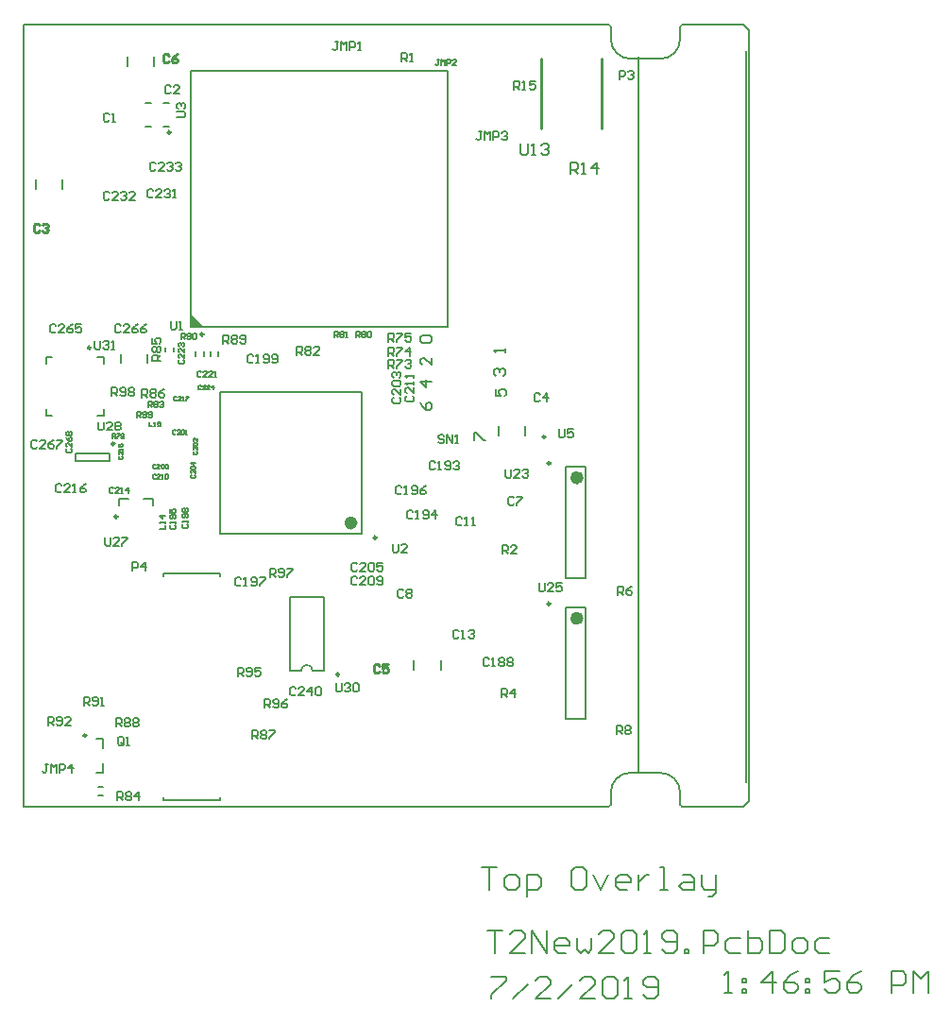
<source format=gto>
G04*
G04 #@! TF.GenerationSoftware,Altium Limited,Altium Designer,18.1.11 (251)*
G04*
G04 Layer_Color=65535*
%FSLAX44Y44*%
%MOMM*%
G71*
G01*
G75*
%ADD10C,0.6000*%
%ADD11C,0.2500*%
%ADD12C,0.2000*%
%ADD13C,0.2540*%
%ADD14C,0.1500*%
%ADD15C,0.1270*%
%ADD16C,0.1524*%
%ADD17C,0.2032*%
G36*
X350000Y640000D02*
X360000Y630000D01*
X350000D01*
Y640000D01*
D02*
G37*
D10*
X699000Y495000D02*
G03*
X699000Y495000I-3000J0D01*
G01*
Y369000D02*
G03*
X699000Y369000I-3000J0D01*
G01*
X496500Y454500D02*
G03*
X496500Y454500I-3000J0D01*
G01*
D11*
X672250Y507950D02*
G03*
X672250Y507950I-1250J0D01*
G01*
X284250Y460000D02*
G03*
X284250Y460000I-1250J0D01*
G01*
X483000Y318750D02*
G03*
X483000Y318750I-1250J0D01*
G01*
X331750Y804500D02*
G03*
X331750Y804500I-1250J0D01*
G01*
X256250Y264000D02*
G03*
X256250Y264000I-1250J0D01*
G01*
X281500Y525500D02*
G03*
X281500Y525500I-1250J0D01*
G01*
X672250Y381950D02*
G03*
X672250Y381950I-1250J0D01*
G01*
X260250Y611500D02*
G03*
X260250Y611500I-1250J0D01*
G01*
X667750Y531738D02*
G03*
X667750Y531738I-1250J0D01*
G01*
X516500Y441250D02*
G03*
X516500Y441250I-1250J0D01*
G01*
X361250Y623500D02*
G03*
X361250Y623500I-1250J0D01*
G01*
D12*
X459167Y322000D02*
G03*
X448833Y322000I-5167J0D01*
G01*
X286000Y470000D02*
Y476000D01*
X294000D01*
X316000Y470000D02*
Y476000D01*
X308000D02*
X316000D01*
X438500Y322000D02*
Y388000D01*
X469500Y322000D02*
Y388000D01*
X438500D02*
X469500D01*
X438500Y322000D02*
X448833D01*
X459167D02*
X469500D01*
X311000Y598000D02*
Y606000D01*
X287000Y598000D02*
Y606000D01*
X317000Y864000D02*
Y872000D01*
X293000Y864000D02*
Y872000D01*
X550000Y323000D02*
Y331000D01*
X574000Y323000D02*
Y331000D01*
X211000Y754000D02*
Y762000D01*
X235000Y754000D02*
Y762000D01*
X325500Y809500D02*
X330500D01*
X325500Y830500D02*
X330500D01*
X309500D02*
X314500D01*
X309500Y809500D02*
X314500D01*
X271000Y231000D02*
Y239000D01*
X265000Y231000D02*
X271000D01*
Y253000D02*
Y261000D01*
X265000D02*
X271000D01*
X354500Y604000D02*
Y608000D01*
X361500Y604000D02*
Y608000D01*
X367500Y604000D02*
Y608000D01*
X374500Y604000D02*
Y608000D01*
X327500Y608000D02*
Y612000D01*
X334500Y608000D02*
Y612000D01*
X267000Y217500D02*
X271000D01*
X267000Y210500D02*
X271000D01*
X277500Y510000D02*
Y517000D01*
X246500Y510000D02*
Y517000D01*
X277500D01*
X246500Y510000D02*
X277500D01*
X626000Y533000D02*
Y541000D01*
X650000Y533000D02*
Y541000D01*
X376500Y571500D02*
X503500D01*
X376500Y444500D02*
X503500D01*
X376500D02*
Y571500D01*
X503500Y444500D02*
Y571500D01*
X350000Y640000D02*
X360000Y630000D01*
X350000D02*
X580000D01*
X350000Y860000D02*
X580000D01*
X350000Y630000D02*
Y860000D01*
X580000Y630000D02*
Y860000D01*
D13*
X718338Y807966D02*
Y870966D01*
X664338Y807966D02*
Y870966D01*
X330078Y873348D02*
X328809Y874617D01*
X326270D01*
X325000Y873348D01*
Y868270D01*
X326270Y867000D01*
X328809D01*
X330078Y868270D01*
X337696Y874617D02*
X335157Y873348D01*
X332617Y870809D01*
Y868270D01*
X333887Y867000D01*
X336426D01*
X337696Y868270D01*
Y869539D01*
X336426Y870809D01*
X332617D01*
X519078Y326348D02*
X517809Y327617D01*
X515270D01*
X514000Y326348D01*
Y321270D01*
X515270Y320000D01*
X517809D01*
X519078Y321270D01*
X526696Y327617D02*
X521618D01*
Y323809D01*
X524157Y325078D01*
X525426D01*
X526696Y323809D01*
Y321270D01*
X525426Y320000D01*
X522887D01*
X521618Y321270D01*
X214078Y721348D02*
X212809Y722617D01*
X210270D01*
X209000Y721348D01*
Y716270D01*
X210270Y715000D01*
X212809D01*
X214078Y716270D01*
X216618Y721348D02*
X217887Y722617D01*
X220426D01*
X221696Y721348D01*
Y720078D01*
X220426Y718809D01*
X219157D01*
X220426D01*
X221696Y717539D01*
Y716270D01*
X220426Y715000D01*
X217887D01*
X216618Y716270D01*
D14*
X686000Y405000D02*
X704000D01*
X686000Y505000D02*
X704000D01*
Y405000D02*
Y505000D01*
X686000Y405000D02*
Y505000D01*
Y279000D02*
X704000D01*
X686000Y379000D02*
X704000D01*
Y279000D02*
Y379000D01*
X686000Y279000D02*
Y379000D01*
X266500Y603000D02*
X272000D01*
Y597500D02*
Y603000D01*
Y551000D02*
Y556500D01*
X266500Y551000D02*
X272000D01*
X220000D02*
X225500D01*
X220000D02*
Y556500D01*
Y597500D02*
Y603000D01*
X225500D01*
D15*
X325280Y409460D02*
X376080D01*
X325280Y406760D02*
Y409460D01*
Y206140D02*
Y208840D01*
Y206140D02*
X376080D01*
Y406760D02*
Y409460D01*
Y206140D02*
Y208840D01*
X848000Y222500D02*
Y877500D01*
X751000Y231500D02*
Y872500D01*
X200000Y200000D02*
X724500D01*
D16*
X611000Y145994D02*
X624329D01*
X617664D01*
Y126000D01*
X634326D02*
X640990D01*
X644323Y129332D01*
Y135997D01*
X640990Y139329D01*
X634326D01*
X630994Y135997D01*
Y129332D01*
X634326Y126000D01*
X650987Y119335D02*
Y139329D01*
X660984D01*
X664316Y135997D01*
Y129332D01*
X660984Y126000D01*
X650987D01*
X700971Y145994D02*
X694306D01*
X690974Y142661D01*
Y129332D01*
X694306Y126000D01*
X700971D01*
X704303Y129332D01*
Y142661D01*
X700971Y145994D01*
X710968Y139329D02*
X717632Y126000D01*
X724297Y139329D01*
X740958Y126000D02*
X734294D01*
X730961Y129332D01*
Y135997D01*
X734294Y139329D01*
X740958D01*
X744290Y135997D01*
Y132664D01*
X730961D01*
X750955Y139329D02*
Y126000D01*
Y132664D01*
X754287Y135997D01*
X757619Y139329D01*
X760952D01*
X770948Y126000D02*
X777613D01*
X774281D01*
Y145994D01*
X770948D01*
X790942Y139329D02*
X797607D01*
X800939Y135997D01*
Y126000D01*
X790942D01*
X787610Y129332D01*
X790942Y132664D01*
X800939D01*
X807603Y139329D02*
Y129332D01*
X810936Y126000D01*
X820932D01*
Y122668D01*
X817600Y119335D01*
X814268D01*
X820932Y126000D02*
Y139329D01*
X557669Y616000D02*
X556003Y617666D01*
Y620998D01*
X557669Y622664D01*
X564334D01*
X566000Y620998D01*
Y617666D01*
X564334Y616000D01*
X557669D01*
X632000Y607000D02*
Y610332D01*
Y608666D01*
X622003D01*
X623669Y607000D01*
X566000Y602664D02*
Y596000D01*
X559336Y602664D01*
X557669D01*
X556003Y600998D01*
Y597666D01*
X557669Y596000D01*
X623669Y586000D02*
X622003Y587666D01*
Y590998D01*
X623669Y592664D01*
X625336D01*
X627002Y590998D01*
Y589332D01*
Y590998D01*
X628668Y592664D01*
X630334D01*
X632000Y590998D01*
Y587666D01*
X630334Y586000D01*
X566000Y580998D02*
X556003D01*
X561002Y576000D01*
Y582664D01*
X623003Y574664D02*
Y568000D01*
X628002D01*
X626335Y571332D01*
Y572998D01*
X628002Y574664D01*
X631334D01*
X633000Y572998D01*
Y569666D01*
X631334Y568000D01*
X556003Y562664D02*
X557669Y559332D01*
X561002Y556000D01*
X564334D01*
X566000Y557666D01*
Y560998D01*
X564334Y562664D01*
X562668D01*
X561002Y560998D01*
Y556000D01*
X604003Y529000D02*
Y535664D01*
X605669D01*
X612334Y529000D01*
X614000D01*
X731500Y264950D02*
Y272568D01*
X735309D01*
X736578Y271298D01*
Y268759D01*
X735309Y267489D01*
X731500D01*
X734039D02*
X736578Y264950D01*
X739118Y271298D02*
X740387Y272568D01*
X742926D01*
X744196Y271298D01*
Y270028D01*
X742926Y268759D01*
X744196Y267489D01*
Y266220D01*
X742926Y264950D01*
X740387D01*
X739118Y266220D01*
Y267489D01*
X740387Y268759D01*
X739118Y270028D01*
Y271298D01*
X740387Y268759D02*
X742926D01*
X733000Y390000D02*
Y397617D01*
X736809D01*
X738078Y396348D01*
Y393809D01*
X736809Y392539D01*
X733000D01*
X735539D02*
X738078Y390000D01*
X745696Y397617D02*
X743157Y396348D01*
X740618Y393809D01*
Y391270D01*
X741887Y390000D01*
X744426D01*
X745696Y391270D01*
Y392539D01*
X744426Y393809D01*
X740618D01*
X628500Y298000D02*
Y305618D01*
X632309D01*
X633578Y304348D01*
Y301809D01*
X632309Y300539D01*
X628500D01*
X631039D02*
X633578Y298000D01*
X639926D02*
Y305618D01*
X636118Y301809D01*
X641196D01*
X629000Y427000D02*
Y434618D01*
X632809D01*
X634078Y433348D01*
Y430809D01*
X632809Y429539D01*
X629000D01*
X631539D02*
X634078Y427000D01*
X641696D02*
X636618D01*
X641696Y432078D01*
Y433348D01*
X640426Y434618D01*
X637887D01*
X636618Y433348D01*
X590078Y357348D02*
X588809Y358618D01*
X586270D01*
X585000Y357348D01*
Y352270D01*
X586270Y351000D01*
X588809D01*
X590078Y352270D01*
X592617Y351000D02*
X595157D01*
X593887D01*
Y358618D01*
X592617Y357348D01*
X598965D02*
X600235Y358618D01*
X602774D01*
X604044Y357348D01*
Y356078D01*
X602774Y354809D01*
X601505D01*
X602774D01*
X604044Y353539D01*
Y352270D01*
X602774Y351000D01*
X600235D01*
X598965Y352270D01*
X593078Y458348D02*
X591809Y459618D01*
X589270D01*
X588000Y458348D01*
Y453270D01*
X589270Y452000D01*
X591809D01*
X593078Y453270D01*
X595617Y452000D02*
X598157D01*
X596887D01*
Y459618D01*
X595617Y458348D01*
X601965Y452000D02*
X604505D01*
X603235D01*
Y459618D01*
X601965Y458348D01*
X480000Y310618D02*
Y304270D01*
X481270Y303000D01*
X483809D01*
X485078Y304270D01*
Y310618D01*
X487617Y309348D02*
X488887Y310618D01*
X491426D01*
X492696Y309348D01*
Y308078D01*
X491426Y306809D01*
X490157D01*
X491426D01*
X492696Y305539D01*
Y304270D01*
X491426Y303000D01*
X488887D01*
X487617Y304270D01*
X495235Y309348D02*
X496505Y310618D01*
X499044D01*
X500313Y309348D01*
Y304270D01*
X499044Y303000D01*
X496505D01*
X495235Y304270D01*
Y309348D01*
X577078Y532348D02*
X575809Y533618D01*
X573270D01*
X572000Y532348D01*
Y531078D01*
X573270Y529809D01*
X575809D01*
X577078Y528539D01*
Y527270D01*
X575809Y526000D01*
X573270D01*
X572000Y527270D01*
X579618Y526000D02*
Y533618D01*
X584696Y526000D01*
Y533618D01*
X587235Y526000D02*
X589774D01*
X588505D01*
Y533618D01*
X587235Y532348D01*
X663078Y569348D02*
X661809Y570618D01*
X659270D01*
X658000Y569348D01*
Y564270D01*
X659270Y563000D01*
X661809D01*
X663078Y564270D01*
X669426Y563000D02*
Y570618D01*
X665618Y566809D01*
X670696D01*
X222078Y238617D02*
X219539D01*
X220809D01*
Y232270D01*
X219539Y231000D01*
X218270D01*
X217000Y232270D01*
X224618Y231000D02*
Y238617D01*
X227157Y236078D01*
X229696Y238617D01*
Y231000D01*
X232235D02*
Y238617D01*
X236044D01*
X237313Y237348D01*
Y234809D01*
X236044Y233539D01*
X232235D01*
X243661Y231000D02*
Y238617D01*
X239853Y234809D01*
X244931D01*
X610868Y805178D02*
X608329D01*
X609599D01*
Y798830D01*
X608329Y797560D01*
X607060D01*
X605790Y798830D01*
X613408Y797560D02*
Y805178D01*
X615947Y802638D01*
X618486Y805178D01*
Y797560D01*
X621025D02*
Y805178D01*
X624834D01*
X626103Y803908D01*
Y801369D01*
X624834Y800099D01*
X621025D01*
X628643Y803908D02*
X629912Y805178D01*
X632451D01*
X633721Y803908D01*
Y802638D01*
X632451Y801369D01*
X631182D01*
X632451D01*
X633721Y800099D01*
Y798830D01*
X632451Y797560D01*
X629912D01*
X628643Y798830D01*
X572386Y870078D02*
X570693D01*
X571539D01*
Y865846D01*
X570693Y865000D01*
X569846D01*
X569000Y865846D01*
X574078Y865000D02*
Y870078D01*
X575771Y868386D01*
X577464Y870078D01*
Y865000D01*
X579157D02*
Y870078D01*
X581696D01*
X582542Y869232D01*
Y867539D01*
X581696Y866693D01*
X579157D01*
X587621Y865000D02*
X584235D01*
X587621Y868386D01*
Y869232D01*
X586774Y870078D01*
X585081D01*
X584235Y869232D01*
X482078Y885618D02*
X479539D01*
X480809D01*
Y879270D01*
X479539Y878000D01*
X478270D01*
X477000Y879270D01*
X484618Y878000D02*
Y885618D01*
X487157Y883078D01*
X489696Y885618D01*
Y878000D01*
X492235D02*
Y885618D01*
X496044D01*
X497313Y884348D01*
Y881809D01*
X496044Y880539D01*
X492235D01*
X499853Y878000D02*
X502392D01*
X501122D01*
Y885618D01*
X499853Y884348D01*
X277078Y820348D02*
X275809Y821618D01*
X273270D01*
X272000Y820348D01*
Y815270D01*
X273270Y814000D01*
X275809D01*
X277078Y815270D01*
X279618Y814000D02*
X282157D01*
X280887D01*
Y821618D01*
X279618Y820348D01*
X332078Y845348D02*
X330809Y846618D01*
X328270D01*
X327000Y845348D01*
Y840270D01*
X328270Y839000D01*
X330809D01*
X332078Y840270D01*
X339696Y839000D02*
X334618D01*
X339696Y844078D01*
Y845348D01*
X338426Y846618D01*
X335887D01*
X334618Y845348D01*
X617078Y332348D02*
X615809Y333618D01*
X613270D01*
X612000Y332348D01*
Y327270D01*
X613270Y326000D01*
X615809D01*
X617078Y327270D01*
X619618Y326000D02*
X622157D01*
X620887D01*
Y333618D01*
X619618Y332348D01*
X625965D02*
X627235Y333618D01*
X629774D01*
X631044Y332348D01*
Y331078D01*
X629774Y329809D01*
X631044Y328539D01*
Y327270D01*
X629774Y326000D01*
X627235D01*
X625965Y327270D01*
Y328539D01*
X627235Y329809D01*
X625965Y331078D01*
Y332348D01*
X627235Y329809D02*
X629774D01*
X633583Y332348D02*
X634853Y333618D01*
X637392D01*
X638661Y332348D01*
Y331078D01*
X637392Y329809D01*
X638661Y328539D01*
Y327270D01*
X637392Y326000D01*
X634853D01*
X633583Y327270D01*
Y328539D01*
X634853Y329809D01*
X633583Y331078D01*
Y332348D01*
X634853Y329809D02*
X637392D01*
X569078Y508348D02*
X567809Y509618D01*
X565270D01*
X564000Y508348D01*
Y503270D01*
X565270Y502000D01*
X567809D01*
X569078Y503270D01*
X571618Y502000D02*
X574157D01*
X572887D01*
Y509618D01*
X571618Y508348D01*
X577966Y503270D02*
X579235Y502000D01*
X581774D01*
X583044Y503270D01*
Y508348D01*
X581774Y509618D01*
X579235D01*
X577966Y508348D01*
Y507078D01*
X579235Y505809D01*
X583044D01*
X585583Y508348D02*
X586853Y509618D01*
X589392D01*
X590661Y508348D01*
Y507078D01*
X589392Y505809D01*
X588122D01*
X589392D01*
X590661Y504539D01*
Y503270D01*
X589392Y502000D01*
X586853D01*
X585583Y503270D01*
X549078Y464348D02*
X547809Y465617D01*
X545270D01*
X544000Y464348D01*
Y459270D01*
X545270Y458000D01*
X547809D01*
X549078Y459270D01*
X551618Y458000D02*
X554157D01*
X552887D01*
Y465617D01*
X551618Y464348D01*
X557966Y459270D02*
X559235Y458000D01*
X561774D01*
X563044Y459270D01*
Y464348D01*
X561774Y465617D01*
X559235D01*
X557966Y464348D01*
Y463078D01*
X559235Y461809D01*
X563044D01*
X569392Y458000D02*
Y465617D01*
X565583Y461809D01*
X570661D01*
X332518Y452386D02*
X331672Y451539D01*
Y449846D01*
X332518Y449000D01*
X335904D01*
X336750Y449846D01*
Y451539D01*
X335904Y452386D01*
X336750Y454078D02*
Y455771D01*
Y454925D01*
X331672D01*
X332518Y454078D01*
X335904Y458310D02*
X336750Y459157D01*
Y460849D01*
X335904Y461696D01*
X332518D01*
X331672Y460849D01*
Y459157D01*
X332518Y458310D01*
X333364D01*
X334211Y459157D01*
Y461696D01*
X331672Y466774D02*
Y463389D01*
X334211D01*
X333364Y465081D01*
Y465928D01*
X334211Y466774D01*
X335904D01*
X336750Y465928D01*
Y464235D01*
X335904Y463389D01*
X539078Y486348D02*
X537809Y487617D01*
X535270D01*
X534000Y486348D01*
Y481270D01*
X535270Y480000D01*
X537809D01*
X539078Y481270D01*
X541618Y480000D02*
X544157D01*
X542887D01*
Y487617D01*
X541618Y486348D01*
X547966Y481270D02*
X549235Y480000D01*
X551774D01*
X553044Y481270D01*
Y486348D01*
X551774Y487617D01*
X549235D01*
X547966Y486348D01*
Y485078D01*
X549235Y483809D01*
X553044D01*
X560661Y487617D02*
X558122Y486348D01*
X555583Y483809D01*
Y481270D01*
X556853Y480000D01*
X559392D01*
X560661Y481270D01*
Y482539D01*
X559392Y483809D01*
X555583D01*
X395078Y404348D02*
X393809Y405617D01*
X391270D01*
X390000Y404348D01*
Y399270D01*
X391270Y398000D01*
X393809D01*
X395078Y399270D01*
X397617Y398000D02*
X400157D01*
X398887D01*
Y405617D01*
X397617Y404348D01*
X403965Y399270D02*
X405235Y398000D01*
X407774D01*
X409044Y399270D01*
Y404348D01*
X407774Y405617D01*
X405235D01*
X403965Y404348D01*
Y403078D01*
X405235Y401809D01*
X409044D01*
X411583Y405617D02*
X416661D01*
Y404348D01*
X411583Y399270D01*
Y398000D01*
X343018Y453386D02*
X342172Y452539D01*
Y450846D01*
X343018Y450000D01*
X346404D01*
X347250Y450846D01*
Y452539D01*
X346404Y453386D01*
X347250Y455078D02*
Y456771D01*
Y455925D01*
X342172D01*
X343018Y455078D01*
X346404Y459310D02*
X347250Y460157D01*
Y461850D01*
X346404Y462696D01*
X343018D01*
X342172Y461850D01*
Y460157D01*
X343018Y459310D01*
X343864D01*
X344711Y460157D01*
Y462696D01*
X343018Y464389D02*
X342172Y465235D01*
Y466928D01*
X343018Y467774D01*
X343864D01*
X344711Y466928D01*
X345557Y467774D01*
X346404D01*
X347250Y466928D01*
Y465235D01*
X346404Y464389D01*
X345557D01*
X344711Y465235D01*
X343864Y464389D01*
X343018D01*
X344711Y465235D02*
Y466928D01*
X406078Y604348D02*
X404809Y605617D01*
X402270D01*
X401000Y604348D01*
Y599270D01*
X402270Y598000D01*
X404809D01*
X406078Y599270D01*
X408618Y598000D02*
X411157D01*
X409887D01*
Y605617D01*
X408618Y604348D01*
X414966Y599270D02*
X416235Y598000D01*
X418774D01*
X420044Y599270D01*
Y604348D01*
X418774Y605617D01*
X416235D01*
X414966Y604348D01*
Y603078D01*
X416235Y601809D01*
X420044D01*
X422583Y599270D02*
X423853Y598000D01*
X426392D01*
X427661Y599270D01*
Y604348D01*
X426392Y605617D01*
X423853D01*
X422583Y604348D01*
Y603078D01*
X423853Y601809D01*
X427661D01*
X318539Y506174D02*
X317904Y506809D01*
X316635D01*
X316000Y506174D01*
Y503635D01*
X316635Y503000D01*
X317904D01*
X318539Y503635D01*
X322348Y503000D02*
X319809D01*
X322348Y505539D01*
Y506174D01*
X321713Y506809D01*
X320444D01*
X319809Y506174D01*
X323618D02*
X324252Y506809D01*
X325522D01*
X326157Y506174D01*
Y503635D01*
X325522Y503000D01*
X324252D01*
X323618Y503635D01*
Y506174D01*
X327426D02*
X328061Y506809D01*
X329331D01*
X329966Y506174D01*
Y503635D01*
X329331Y503000D01*
X328061D01*
X327426Y503635D01*
Y506174D01*
X336539Y537174D02*
X335904Y537809D01*
X334635D01*
X334000Y537174D01*
Y534635D01*
X334635Y534000D01*
X335904D01*
X336539Y534635D01*
X340348Y534000D02*
X337809D01*
X340348Y536539D01*
Y537174D01*
X339713Y537809D01*
X338444D01*
X337809Y537174D01*
X341618D02*
X342252Y537809D01*
X343522D01*
X344157Y537174D01*
Y534635D01*
X343522Y534000D01*
X342252D01*
X341618Y534635D01*
Y537174D01*
X345426Y534000D02*
X346696D01*
X346061D01*
Y537809D01*
X345426Y537174D01*
X352826Y518539D02*
X352191Y517904D01*
Y516635D01*
X352826Y516000D01*
X355365D01*
X356000Y516635D01*
Y517904D01*
X355365Y518539D01*
X356000Y522348D02*
Y519809D01*
X353461Y522348D01*
X352826D01*
X352191Y521713D01*
Y520444D01*
X352826Y519809D01*
Y523618D02*
X352191Y524252D01*
Y525522D01*
X352826Y526157D01*
X355365D01*
X356000Y525522D01*
Y524252D01*
X355365Y523618D01*
X352826D01*
X356000Y529966D02*
Y527426D01*
X353461Y529966D01*
X352826D01*
X352191Y529331D01*
Y528061D01*
X352826Y527426D01*
X531652Y567078D02*
X530382Y565809D01*
Y563270D01*
X531652Y562000D01*
X536730D01*
X538000Y563270D01*
Y565809D01*
X536730Y567078D01*
X538000Y574696D02*
Y569618D01*
X532922Y574696D01*
X531652D01*
X530382Y573426D01*
Y570887D01*
X531652Y569618D01*
Y577235D02*
X530382Y578505D01*
Y581044D01*
X531652Y582313D01*
X536730D01*
X538000Y581044D01*
Y578505D01*
X536730Y577235D01*
X531652D01*
Y584853D02*
X530382Y586122D01*
Y588661D01*
X531652Y589931D01*
X532922D01*
X534191Y588661D01*
Y587392D01*
Y588661D01*
X535461Y589931D01*
X536730D01*
X538000Y588661D01*
Y586122D01*
X536730Y584853D01*
X350826Y497539D02*
X350191Y496904D01*
Y495635D01*
X350826Y495000D01*
X353365D01*
X354000Y495635D01*
Y496904D01*
X353365Y497539D01*
X354000Y501348D02*
Y498809D01*
X351461Y501348D01*
X350826D01*
X350191Y500713D01*
Y499444D01*
X350826Y498809D01*
Y502618D02*
X350191Y503252D01*
Y504522D01*
X350826Y505157D01*
X353365D01*
X354000Y504522D01*
Y503252D01*
X353365Y502618D01*
X350826D01*
X354000Y508331D02*
X350191D01*
X352096Y506426D01*
Y508965D01*
X499078Y417348D02*
X497809Y418618D01*
X495270D01*
X494000Y417348D01*
Y412270D01*
X495270Y411000D01*
X497809D01*
X499078Y412270D01*
X506696Y411000D02*
X501618D01*
X506696Y416078D01*
Y417348D01*
X505426Y418618D01*
X502887D01*
X501618Y417348D01*
X509235D02*
X510505Y418618D01*
X513044D01*
X514313Y417348D01*
Y412270D01*
X513044Y411000D01*
X510505D01*
X509235Y412270D01*
Y417348D01*
X521931Y418618D02*
X516853D01*
Y414809D01*
X519392Y416078D01*
X520661D01*
X521931Y414809D01*
Y412270D01*
X520661Y411000D01*
X518122D01*
X516853Y412270D01*
X499078Y405348D02*
X497809Y406618D01*
X495270D01*
X494000Y405348D01*
Y400270D01*
X495270Y399000D01*
X497809D01*
X499078Y400270D01*
X506696Y399000D02*
X501618D01*
X506696Y404078D01*
Y405348D01*
X505426Y406618D01*
X502887D01*
X501618Y405348D01*
X509235D02*
X510505Y406618D01*
X513044D01*
X514313Y405348D01*
Y400270D01*
X513044Y399000D01*
X510505D01*
X509235Y400270D01*
Y405348D01*
X516853Y400270D02*
X518122Y399000D01*
X520661D01*
X521931Y400270D01*
Y405348D01*
X520661Y406618D01*
X518122D01*
X516853Y405348D01*
Y404078D01*
X518122Y402809D01*
X521931D01*
X318539Y497174D02*
X317904Y497809D01*
X316635D01*
X316000Y497174D01*
Y494635D01*
X316635Y494000D01*
X317904D01*
X318539Y494635D01*
X322348Y494000D02*
X319809D01*
X322348Y496539D01*
Y497174D01*
X321713Y497809D01*
X320444D01*
X319809Y497174D01*
X323618Y494000D02*
X324887D01*
X324252D01*
Y497809D01*
X323618Y497174D01*
X326791D02*
X327426Y497809D01*
X328696D01*
X329331Y497174D01*
Y494635D01*
X328696Y494000D01*
X327426D01*
X326791Y494635D01*
Y497174D01*
X543652Y568078D02*
X542383Y566809D01*
Y564270D01*
X543652Y563000D01*
X548730D01*
X550000Y564270D01*
Y566809D01*
X548730Y568078D01*
X550000Y575696D02*
Y570617D01*
X544922Y575696D01*
X543652D01*
X542383Y574426D01*
Y571887D01*
X543652Y570617D01*
X550000Y578235D02*
Y580774D01*
Y579505D01*
X542383D01*
X543652Y578235D01*
X550000Y584583D02*
Y587122D01*
Y585853D01*
X542383D01*
X543652Y584583D01*
X280386Y485232D02*
X279539Y486078D01*
X277846D01*
X277000Y485232D01*
Y481846D01*
X277846Y481000D01*
X279539D01*
X280386Y481846D01*
X285464Y481000D02*
X282078D01*
X285464Y484386D01*
Y485232D01*
X284618Y486078D01*
X282925D01*
X282078Y485232D01*
X287157Y481000D02*
X288850D01*
X288003D01*
Y486078D01*
X287157Y485232D01*
X293928Y481000D02*
Y486078D01*
X291389Y483539D01*
X294774D01*
X285826Y514539D02*
X285191Y513904D01*
Y512635D01*
X285826Y512000D01*
X288365D01*
X289000Y512635D01*
Y513904D01*
X288365Y514539D01*
X289000Y518348D02*
Y515809D01*
X286461Y518348D01*
X285826D01*
X285191Y517713D01*
Y516444D01*
X285826Y515809D01*
X289000Y519618D02*
Y520887D01*
Y520252D01*
X285191D01*
X285826Y519618D01*
X285191Y525331D02*
Y522791D01*
X287096D01*
X286461Y524061D01*
Y524696D01*
X287096Y525331D01*
X288365D01*
X289000Y524696D01*
Y523426D01*
X288365Y522791D01*
X234078Y488348D02*
X232809Y489618D01*
X230270D01*
X229000Y488348D01*
Y483270D01*
X230270Y482000D01*
X232809D01*
X234078Y483270D01*
X241696Y482000D02*
X236618D01*
X241696Y487078D01*
Y488348D01*
X240426Y489618D01*
X237887D01*
X236618Y488348D01*
X244235Y482000D02*
X246774D01*
X245505D01*
Y489618D01*
X244235Y488348D01*
X255661Y489618D02*
X253122Y488348D01*
X250583Y485809D01*
Y483270D01*
X251853Y482000D01*
X254392D01*
X255661Y483270D01*
Y484539D01*
X254392Y485809D01*
X250583D01*
X337539Y567174D02*
X336904Y567809D01*
X335635D01*
X335000Y567174D01*
Y564635D01*
X335635Y564000D01*
X336904D01*
X337539Y564635D01*
X341348Y564000D02*
X338809D01*
X341348Y566539D01*
Y567174D01*
X340713Y567809D01*
X339444D01*
X338809Y567174D01*
X342618Y564000D02*
X343887D01*
X343252D01*
Y567809D01*
X342618Y567174D01*
X345792Y567809D02*
X348331D01*
Y567174D01*
X345792Y564635D01*
Y564000D01*
X359386Y589232D02*
X358539Y590078D01*
X356846D01*
X356000Y589232D01*
Y585846D01*
X356846Y585000D01*
X358539D01*
X359386Y585846D01*
X364464Y585000D02*
X361078D01*
X364464Y588386D01*
Y589232D01*
X363618Y590078D01*
X361925D01*
X361078Y589232D01*
X369542Y585000D02*
X366157D01*
X369542Y588386D01*
Y589232D01*
X368696Y590078D01*
X367003D01*
X366157Y589232D01*
X371235Y585000D02*
X372928D01*
X372081D01*
Y590078D01*
X371235Y589232D01*
X339768Y600386D02*
X338922Y599539D01*
Y597846D01*
X339768Y597000D01*
X343154D01*
X344000Y597846D01*
Y599539D01*
X343154Y600386D01*
X344000Y605464D02*
Y602078D01*
X340614Y605464D01*
X339768D01*
X338922Y604618D01*
Y602925D01*
X339768Y602078D01*
X344000Y610542D02*
Y607157D01*
X340614Y610542D01*
X339768D01*
X338922Y609696D01*
Y608003D01*
X339768Y607157D01*
Y612235D02*
X338922Y613082D01*
Y614774D01*
X339768Y615621D01*
X340614D01*
X341461Y614774D01*
Y613928D01*
Y614774D01*
X342307Y615621D01*
X343154D01*
X344000Y614774D01*
Y613082D01*
X343154Y612235D01*
X359539Y577174D02*
X358904Y577809D01*
X357635D01*
X357000Y577174D01*
Y574635D01*
X357635Y574000D01*
X358904D01*
X359539Y574635D01*
X363348Y574000D02*
X360809D01*
X363348Y576539D01*
Y577174D01*
X362713Y577809D01*
X361444D01*
X360809Y577174D01*
X367157Y574000D02*
X364618D01*
X367157Y576539D01*
Y577174D01*
X366522Y577809D01*
X365252D01*
X364618Y577174D01*
X370331Y574000D02*
Y577809D01*
X368426Y575904D01*
X370965D01*
X316078Y752348D02*
X314809Y753617D01*
X312270D01*
X311000Y752348D01*
Y747270D01*
X312270Y746000D01*
X314809D01*
X316078Y747270D01*
X323696Y746000D02*
X318617D01*
X323696Y751078D01*
Y752348D01*
X322426Y753617D01*
X319887D01*
X318617Y752348D01*
X326235D02*
X327505Y753617D01*
X330044D01*
X331313Y752348D01*
Y751078D01*
X330044Y749809D01*
X328774D01*
X330044D01*
X331313Y748539D01*
Y747270D01*
X330044Y746000D01*
X327505D01*
X326235Y747270D01*
X333853Y746000D02*
X336392D01*
X335122D01*
Y753617D01*
X333853Y752348D01*
X277078Y750348D02*
X275809Y751618D01*
X273270D01*
X272000Y750348D01*
Y745270D01*
X273270Y744000D01*
X275809D01*
X277078Y745270D01*
X284696Y744000D02*
X279618D01*
X284696Y749078D01*
Y750348D01*
X283426Y751618D01*
X280887D01*
X279618Y750348D01*
X287235D02*
X288505Y751618D01*
X291044D01*
X292313Y750348D01*
Y749078D01*
X291044Y747809D01*
X289774D01*
X291044D01*
X292313Y746539D01*
Y745270D01*
X291044Y744000D01*
X288505D01*
X287235Y745270D01*
X299931Y744000D02*
X294853D01*
X299931Y749078D01*
Y750348D01*
X298661Y751618D01*
X296122D01*
X294853Y750348D01*
X318554Y776489D02*
X317285Y777759D01*
X314746D01*
X313476Y776489D01*
Y771411D01*
X314746Y770142D01*
X317285D01*
X318554Y771411D01*
X326172Y770142D02*
X321093D01*
X326172Y775220D01*
Y776489D01*
X324902Y777759D01*
X322363D01*
X321093Y776489D01*
X328711D02*
X329981Y777759D01*
X332520D01*
X333789Y776489D01*
Y775220D01*
X332520Y773950D01*
X331250D01*
X332520D01*
X333789Y772681D01*
Y771411D01*
X332520Y770142D01*
X329981D01*
X328711Y771411D01*
X336329Y776489D02*
X337598Y777759D01*
X340137D01*
X341407Y776489D01*
Y775220D01*
X340137Y773950D01*
X338868D01*
X340137D01*
X341407Y772681D01*
Y771411D01*
X340137Y770142D01*
X337598D01*
X336329Y771411D01*
X444078Y306348D02*
X442809Y307617D01*
X440270D01*
X439000Y306348D01*
Y301270D01*
X440270Y300000D01*
X442809D01*
X444078Y301270D01*
X451696Y300000D02*
X446618D01*
X451696Y305078D01*
Y306348D01*
X450426Y307617D01*
X447887D01*
X446618Y306348D01*
X458044Y300000D02*
Y307617D01*
X454235Y303809D01*
X459313D01*
X461853Y306348D02*
X463122Y307617D01*
X465661D01*
X466931Y306348D01*
Y301270D01*
X465661Y300000D01*
X463122D01*
X461853Y301270D01*
Y306348D01*
X229078Y631348D02*
X227809Y632617D01*
X225270D01*
X224000Y631348D01*
Y626270D01*
X225270Y625000D01*
X227809D01*
X229078Y626270D01*
X236696Y625000D02*
X231618D01*
X236696Y630078D01*
Y631348D01*
X235426Y632617D01*
X232887D01*
X231618Y631348D01*
X244313Y632617D02*
X241774Y631348D01*
X239235Y628809D01*
Y626270D01*
X240505Y625000D01*
X243044D01*
X244313Y626270D01*
Y627539D01*
X243044Y628809D01*
X239235D01*
X251931Y632617D02*
X246853D01*
Y628809D01*
X249392Y630078D01*
X250661D01*
X251931Y628809D01*
Y626270D01*
X250661Y625000D01*
X248122D01*
X246853Y626270D01*
X287078Y631348D02*
X285809Y632617D01*
X283270D01*
X282000Y631348D01*
Y626270D01*
X283270Y625000D01*
X285809D01*
X287078Y626270D01*
X294696Y625000D02*
X289618D01*
X294696Y630078D01*
Y631348D01*
X293426Y632617D01*
X290887D01*
X289618Y631348D01*
X302313Y632617D02*
X299774Y631348D01*
X297235Y628809D01*
Y626270D01*
X298505Y625000D01*
X301044D01*
X302313Y626270D01*
Y627539D01*
X301044Y628809D01*
X297235D01*
X309931Y632617D02*
X307392Y631348D01*
X304853Y628809D01*
Y626270D01*
X306122Y625000D01*
X308661D01*
X309931Y626270D01*
Y627539D01*
X308661Y628809D01*
X304853D01*
X212078Y527348D02*
X210809Y528618D01*
X208270D01*
X207000Y527348D01*
Y522270D01*
X208270Y521000D01*
X210809D01*
X212078Y522270D01*
X219696Y521000D02*
X214618D01*
X219696Y526078D01*
Y527348D01*
X218426Y528618D01*
X215887D01*
X214618Y527348D01*
X227313Y528618D02*
X224774Y527348D01*
X222235Y524809D01*
Y522270D01*
X223505Y521000D01*
X226044D01*
X227313Y522270D01*
Y523539D01*
X226044Y524809D01*
X222235D01*
X229853Y528618D02*
X234931D01*
Y527348D01*
X229853Y522270D01*
Y521000D01*
X238768Y521386D02*
X237922Y520539D01*
Y518846D01*
X238768Y518000D01*
X242154D01*
X243000Y518846D01*
Y520539D01*
X242154Y521386D01*
X243000Y526464D02*
Y523078D01*
X239614Y526464D01*
X238768D01*
X237922Y525617D01*
Y523925D01*
X238768Y523078D01*
X237922Y531542D02*
X238768Y529850D01*
X240461Y528157D01*
X242154D01*
X243000Y529003D01*
Y530696D01*
X242154Y531542D01*
X241307D01*
X240461Y530696D01*
Y528157D01*
X238768Y533235D02*
X237922Y534081D01*
Y535774D01*
X238768Y536621D01*
X239614D01*
X240461Y535774D01*
X241307Y536621D01*
X242154D01*
X243000Y535774D01*
Y534081D01*
X242154Y533235D01*
X241307D01*
X240461Y534081D01*
X239614Y533235D01*
X238768D01*
X240461Y534081D02*
Y535774D01*
X321672Y449000D02*
X326750D01*
Y452386D01*
Y454078D02*
Y455771D01*
Y454925D01*
X321672D01*
X322518Y454078D01*
X326750Y460849D02*
X321672D01*
X324211Y458310D01*
Y461696D01*
X313000Y544809D02*
Y541000D01*
X315539D01*
X316809D02*
X318078D01*
X317444D01*
Y544809D01*
X316809Y544174D01*
X322522Y544809D02*
X319983D01*
Y542904D01*
X321252Y543539D01*
X321887D01*
X322522Y542904D01*
Y541635D01*
X321887Y541000D01*
X320618D01*
X319983Y541635D01*
X734060Y852170D02*
Y859788D01*
X737869D01*
X739138Y858518D01*
Y855979D01*
X737869Y854709D01*
X734060D01*
X741677Y858518D02*
X742947Y859788D01*
X745486D01*
X746756Y858518D01*
Y857248D01*
X745486Y855979D01*
X744217D01*
X745486D01*
X746756Y854709D01*
Y853440D01*
X745486Y852170D01*
X742947D01*
X741677Y853440D01*
X297467Y411659D02*
Y419277D01*
X301276D01*
X302545Y418007D01*
Y415468D01*
X301276Y414198D01*
X297467D01*
X308893Y411659D02*
Y419277D01*
X305084Y415468D01*
X310163D01*
X289578Y256520D02*
Y261598D01*
X288309Y262868D01*
X285770D01*
X284500Y261598D01*
Y256520D01*
X285770Y255250D01*
X288309D01*
X287039Y257789D02*
X289578Y255250D01*
X288309D02*
X289578Y256520D01*
X292118Y255250D02*
X294657D01*
X293387D01*
Y262868D01*
X292118Y261598D01*
X539000Y868000D02*
Y875618D01*
X542809D01*
X544078Y874348D01*
Y871809D01*
X542809Y870539D01*
X539000D01*
X541539D02*
X544078Y868000D01*
X546618D02*
X549157D01*
X547887D01*
Y875618D01*
X546618Y874348D01*
X527000Y593000D02*
Y600617D01*
X530809D01*
X532078Y599348D01*
Y596809D01*
X530809Y595539D01*
X527000D01*
X529539D02*
X532078Y593000D01*
X534618Y600617D02*
X539696D01*
Y599348D01*
X534618Y594270D01*
Y593000D01*
X542235Y599348D02*
X543505Y600617D01*
X546044D01*
X547313Y599348D01*
Y598078D01*
X546044Y596809D01*
X544774D01*
X546044D01*
X547313Y595539D01*
Y594270D01*
X546044Y593000D01*
X543505D01*
X542235Y594270D01*
X527000Y604000D02*
Y611618D01*
X530809D01*
X532078Y610348D01*
Y607809D01*
X530809Y606539D01*
X527000D01*
X529539D02*
X532078Y604000D01*
X534618Y611618D02*
X539696D01*
Y610348D01*
X534618Y605270D01*
Y604000D01*
X546044D02*
Y611618D01*
X542235Y607809D01*
X547313D01*
X527000Y617000D02*
Y624618D01*
X530809D01*
X532078Y623348D01*
Y620809D01*
X530809Y619539D01*
X527000D01*
X529539D02*
X532078Y617000D01*
X534618Y624618D02*
X539696D01*
Y623348D01*
X534618Y618270D01*
Y617000D01*
X547313Y624618D02*
X542235D01*
Y620809D01*
X544774Y622078D01*
X546044D01*
X547313Y620809D01*
Y618270D01*
X546044Y617000D01*
X543505D01*
X542235Y618270D01*
X280000Y530500D02*
Y534309D01*
X281904D01*
X282539Y533674D01*
Y532404D01*
X281904Y531770D01*
X280000D01*
X281270D02*
X282539Y530500D01*
X283809Y534309D02*
X286348D01*
Y533674D01*
X283809Y531135D01*
Y530500D01*
X287618Y531135D02*
X288252Y530500D01*
X289522D01*
X290157Y531135D01*
Y533674D01*
X289522Y534309D01*
X288252D01*
X287618Y533674D01*
Y533039D01*
X288252Y532404D01*
X290157D01*
X498000Y621000D02*
Y626078D01*
X500539D01*
X501386Y625232D01*
Y623539D01*
X500539Y622693D01*
X498000D01*
X499693D02*
X501386Y621000D01*
X503078Y625232D02*
X503925Y626078D01*
X505617D01*
X506464Y625232D01*
Y624386D01*
X505617Y623539D01*
X506464Y622693D01*
Y621846D01*
X505617Y621000D01*
X503925D01*
X503078Y621846D01*
Y622693D01*
X503925Y623539D01*
X503078Y624386D01*
Y625232D01*
X503925Y623539D02*
X505617D01*
X508157Y625232D02*
X509003Y626078D01*
X510696D01*
X511542Y625232D01*
Y621846D01*
X510696Y621000D01*
X509003D01*
X508157Y621846D01*
Y625232D01*
X479000Y621000D02*
Y626078D01*
X481539D01*
X482386Y625232D01*
Y623539D01*
X481539Y622693D01*
X479000D01*
X480693D02*
X482386Y621000D01*
X484078Y625232D02*
X484925Y626078D01*
X486618D01*
X487464Y625232D01*
Y624386D01*
X486618Y623539D01*
X487464Y622693D01*
Y621846D01*
X486618Y621000D01*
X484925D01*
X484078Y621846D01*
Y622693D01*
X484925Y623539D01*
X484078Y624386D01*
Y625232D01*
X484925Y623539D02*
X486618D01*
X489157Y621000D02*
X490849D01*
X490003D01*
Y626078D01*
X489157Y625232D01*
X445000Y605000D02*
Y612617D01*
X448809D01*
X450078Y611348D01*
Y608809D01*
X448809Y607539D01*
X445000D01*
X447539D02*
X450078Y605000D01*
X452617Y611348D02*
X453887Y612617D01*
X456426D01*
X457696Y611348D01*
Y610078D01*
X456426Y608809D01*
X457696Y607539D01*
Y606270D01*
X456426Y605000D01*
X453887D01*
X452617Y606270D01*
Y607539D01*
X453887Y608809D01*
X452617Y610078D01*
Y611348D01*
X453887Y608809D02*
X456426D01*
X465313Y605000D02*
X460235D01*
X465313Y610078D01*
Y611348D01*
X464044Y612617D01*
X461505D01*
X460235Y611348D01*
X312000Y558000D02*
Y563078D01*
X314539D01*
X315386Y562232D01*
Y560539D01*
X314539Y559693D01*
X312000D01*
X313693D02*
X315386Y558000D01*
X317078Y562232D02*
X317925Y563078D01*
X319618D01*
X320464Y562232D01*
Y561386D01*
X319618Y560539D01*
X320464Y559693D01*
Y558846D01*
X319618Y558000D01*
X317925D01*
X317078Y558846D01*
Y559693D01*
X317925Y560539D01*
X317078Y561386D01*
Y562232D01*
X317925Y560539D02*
X319618D01*
X322157Y562232D02*
X323003Y563078D01*
X324696D01*
X325542Y562232D01*
Y561386D01*
X324696Y560539D01*
X323849D01*
X324696D01*
X325542Y559693D01*
Y558846D01*
X324696Y558000D01*
X323003D01*
X322157Y558846D01*
X284000Y206000D02*
Y213617D01*
X287809D01*
X289078Y212348D01*
Y209809D01*
X287809Y208539D01*
X284000D01*
X286539D02*
X289078Y206000D01*
X291618Y212348D02*
X292887Y213617D01*
X295426D01*
X296696Y212348D01*
Y211078D01*
X295426Y209809D01*
X296696Y208539D01*
Y207270D01*
X295426Y206000D01*
X292887D01*
X291618Y207270D01*
Y208539D01*
X292887Y209809D01*
X291618Y211078D01*
Y212348D01*
X292887Y209809D02*
X295426D01*
X303044Y206000D02*
Y213617D01*
X299235Y209809D01*
X304313D01*
X323000Y600000D02*
X315382D01*
Y603809D01*
X316652Y605078D01*
X319191D01*
X320461Y603809D01*
Y600000D01*
Y602539D02*
X323000Y605078D01*
X316652Y607617D02*
X315382Y608887D01*
Y611426D01*
X316652Y612696D01*
X317922D01*
X319191Y611426D01*
X320461Y612696D01*
X321730D01*
X323000Y611426D01*
Y608887D01*
X321730Y607617D01*
X320461D01*
X319191Y608887D01*
X317922Y607617D01*
X316652D01*
X319191Y608887D02*
Y611426D01*
X315382Y620313D02*
Y615235D01*
X319191D01*
X317922Y617774D01*
Y619044D01*
X319191Y620313D01*
X321730D01*
X323000Y619044D01*
Y616505D01*
X321730Y615235D01*
X306000Y567000D02*
Y574618D01*
X309809D01*
X311078Y573348D01*
Y570809D01*
X309809Y569539D01*
X306000D01*
X308539D02*
X311078Y567000D01*
X313617Y573348D02*
X314887Y574618D01*
X317426D01*
X318696Y573348D01*
Y572078D01*
X317426Y570809D01*
X318696Y569539D01*
Y568270D01*
X317426Y567000D01*
X314887D01*
X313617Y568270D01*
Y569539D01*
X314887Y570809D01*
X313617Y572078D01*
Y573348D01*
X314887Y570809D02*
X317426D01*
X326313Y574618D02*
X323774Y573348D01*
X321235Y570809D01*
Y568270D01*
X322505Y567000D01*
X325044D01*
X326313Y568270D01*
Y569539D01*
X325044Y570809D01*
X321235D01*
X405000Y261000D02*
Y268617D01*
X408809D01*
X410078Y267348D01*
Y264809D01*
X408809Y263539D01*
X405000D01*
X407539D02*
X410078Y261000D01*
X412617Y267348D02*
X413887Y268617D01*
X416426D01*
X417696Y267348D01*
Y266078D01*
X416426Y264809D01*
X417696Y263539D01*
Y262270D01*
X416426Y261000D01*
X413887D01*
X412617Y262270D01*
Y263539D01*
X413887Y264809D01*
X412617Y266078D01*
Y267348D01*
X413887Y264809D02*
X416426D01*
X420235Y268617D02*
X425313D01*
Y267348D01*
X420235Y262270D01*
Y261000D01*
X283000Y272000D02*
Y279618D01*
X286809D01*
X288078Y278348D01*
Y275809D01*
X286809Y274539D01*
X283000D01*
X285539D02*
X288078Y272000D01*
X290618Y278348D02*
X291887Y279618D01*
X294426D01*
X295696Y278348D01*
Y277078D01*
X294426Y275809D01*
X295696Y274539D01*
Y273270D01*
X294426Y272000D01*
X291887D01*
X290618Y273270D01*
Y274539D01*
X291887Y275809D01*
X290618Y277078D01*
Y278348D01*
X291887Y275809D02*
X294426D01*
X298235Y278348D02*
X299505Y279618D01*
X302044D01*
X303313Y278348D01*
Y277078D01*
X302044Y275809D01*
X303313Y274539D01*
Y273270D01*
X302044Y272000D01*
X299505D01*
X298235Y273270D01*
Y274539D01*
X299505Y275809D01*
X298235Y277078D01*
Y278348D01*
X299505Y275809D02*
X302044D01*
X379000Y615000D02*
Y622617D01*
X382809D01*
X384078Y621348D01*
Y618809D01*
X382809Y617539D01*
X379000D01*
X381539D02*
X384078Y615000D01*
X386618Y621348D02*
X387887Y622617D01*
X390426D01*
X391696Y621348D01*
Y620078D01*
X390426Y618809D01*
X391696Y617539D01*
Y616270D01*
X390426Y615000D01*
X387887D01*
X386618Y616270D01*
Y617539D01*
X387887Y618809D01*
X386618Y620078D01*
Y621348D01*
X387887Y618809D02*
X390426D01*
X394235Y616270D02*
X395505Y615000D01*
X398044D01*
X399313Y616270D01*
Y621348D01*
X398044Y622617D01*
X395505D01*
X394235Y621348D01*
Y620078D01*
X395505Y618809D01*
X399313D01*
X341250Y619500D02*
Y624578D01*
X343789D01*
X344636Y623732D01*
Y622039D01*
X343789Y621193D01*
X341250D01*
X342943D02*
X344636Y619500D01*
X346328Y620346D02*
X347175Y619500D01*
X348867D01*
X349714Y620346D01*
Y623732D01*
X348867Y624578D01*
X347175D01*
X346328Y623732D01*
Y622886D01*
X347175Y622039D01*
X349714D01*
X351407Y623732D02*
X352253Y624578D01*
X353946D01*
X354792Y623732D01*
Y620346D01*
X353946Y619500D01*
X352253D01*
X351407Y620346D01*
Y623732D01*
X254000Y291000D02*
Y298618D01*
X257809D01*
X259078Y297348D01*
Y294809D01*
X257809Y293539D01*
X254000D01*
X256539D02*
X259078Y291000D01*
X261618Y292270D02*
X262887Y291000D01*
X265426D01*
X266696Y292270D01*
Y297348D01*
X265426Y298618D01*
X262887D01*
X261618Y297348D01*
Y296078D01*
X262887Y294809D01*
X266696D01*
X269235Y291000D02*
X271774D01*
X270505D01*
Y298618D01*
X269235Y297348D01*
X222000Y273000D02*
Y280618D01*
X225809D01*
X227078Y279348D01*
Y276809D01*
X225809Y275539D01*
X222000D01*
X224539D02*
X227078Y273000D01*
X229618Y274270D02*
X230887Y273000D01*
X233426D01*
X234696Y274270D01*
Y279348D01*
X233426Y280618D01*
X230887D01*
X229618Y279348D01*
Y278078D01*
X230887Y276809D01*
X234696D01*
X242313Y273000D02*
X237235D01*
X242313Y278078D01*
Y279348D01*
X241044Y280618D01*
X238505D01*
X237235Y279348D01*
X392000Y317000D02*
Y324618D01*
X395809D01*
X397078Y323348D01*
Y320809D01*
X395809Y319539D01*
X392000D01*
X394539D02*
X397078Y317000D01*
X399618Y318270D02*
X400887Y317000D01*
X403426D01*
X404696Y318270D01*
Y323348D01*
X403426Y324618D01*
X400887D01*
X399618Y323348D01*
Y322078D01*
X400887Y320809D01*
X404696D01*
X412313Y324618D02*
X407235D01*
Y320809D01*
X409774Y322078D01*
X411044D01*
X412313Y320809D01*
Y318270D01*
X411044Y317000D01*
X408505D01*
X407235Y318270D01*
X416000Y289000D02*
Y296618D01*
X419809D01*
X421078Y295348D01*
Y292809D01*
X419809Y291539D01*
X416000D01*
X418539D02*
X421078Y289000D01*
X423618Y290270D02*
X424887Y289000D01*
X427426D01*
X428696Y290270D01*
Y295348D01*
X427426Y296618D01*
X424887D01*
X423618Y295348D01*
Y294078D01*
X424887Y292809D01*
X428696D01*
X436313Y296618D02*
X433774Y295348D01*
X431235Y292809D01*
Y290270D01*
X432505Y289000D01*
X435044D01*
X436313Y290270D01*
Y291539D01*
X435044Y292809D01*
X431235D01*
X421000Y406000D02*
Y413618D01*
X424809D01*
X426078Y412348D01*
Y409809D01*
X424809Y408539D01*
X421000D01*
X423539D02*
X426078Y406000D01*
X428618Y407270D02*
X429887Y406000D01*
X432426D01*
X433696Y407270D01*
Y412348D01*
X432426Y413618D01*
X429887D01*
X428618Y412348D01*
Y411078D01*
X429887Y409809D01*
X433696D01*
X436235Y413618D02*
X441313D01*
Y412348D01*
X436235Y407270D01*
Y406000D01*
X279000Y568000D02*
Y575617D01*
X282809D01*
X284078Y574348D01*
Y571809D01*
X282809Y570539D01*
X279000D01*
X281539D02*
X284078Y568000D01*
X286618Y569270D02*
X287887Y568000D01*
X290426D01*
X291696Y569270D01*
Y574348D01*
X290426Y575617D01*
X287887D01*
X286618Y574348D01*
Y573078D01*
X287887Y571809D01*
X291696D01*
X294235Y574348D02*
X295505Y575617D01*
X298044D01*
X299313Y574348D01*
Y573078D01*
X298044Y571809D01*
X299313Y570539D01*
Y569270D01*
X298044Y568000D01*
X295505D01*
X294235Y569270D01*
Y570539D01*
X295505Y571809D01*
X294235Y573078D01*
Y574348D01*
X295505Y571809D02*
X298044D01*
X302000Y549000D02*
Y554078D01*
X304539D01*
X305386Y553232D01*
Y551539D01*
X304539Y550693D01*
X302000D01*
X303693D02*
X305386Y549000D01*
X307078Y549846D02*
X307925Y549000D01*
X309618D01*
X310464Y549846D01*
Y553232D01*
X309618Y554078D01*
X307925D01*
X307078Y553232D01*
Y552386D01*
X307925Y551539D01*
X310464D01*
X312157Y549846D02*
X313003Y549000D01*
X314696D01*
X315542Y549846D01*
Y553232D01*
X314696Y554078D01*
X313003D01*
X312157Y553232D01*
Y552386D01*
X313003Y551539D01*
X315542D01*
X337383Y818000D02*
X343730D01*
X345000Y819270D01*
Y821809D01*
X343730Y823078D01*
X337383D01*
X338652Y825618D02*
X337383Y826887D01*
Y829426D01*
X338652Y830696D01*
X339922D01*
X341191Y829426D01*
Y828157D01*
Y829426D01*
X342461Y830696D01*
X343730D01*
X345000Y829426D01*
Y826887D01*
X343730Y825618D01*
X632000Y502617D02*
Y496270D01*
X633270Y495000D01*
X635809D01*
X637078Y496270D01*
Y502617D01*
X644696Y495000D02*
X639618D01*
X644696Y500078D01*
Y501348D01*
X643426Y502617D01*
X640887D01*
X639618Y501348D01*
X647235D02*
X648505Y502617D01*
X651044D01*
X652313Y501348D01*
Y500078D01*
X651044Y498809D01*
X649774D01*
X651044D01*
X652313Y497539D01*
Y496270D01*
X651044Y495000D01*
X648505D01*
X647235Y496270D01*
X662000Y400617D02*
Y394270D01*
X663270Y393000D01*
X665809D01*
X667078Y394270D01*
Y400617D01*
X674696Y393000D02*
X669617D01*
X674696Y398078D01*
Y399348D01*
X673426Y400617D01*
X670887D01*
X669617Y399348D01*
X682313Y400617D02*
X677235D01*
Y396809D01*
X679774Y398078D01*
X681044D01*
X682313Y396809D01*
Y394270D01*
X681044Y393000D01*
X678505D01*
X677235Y394270D01*
X273000Y441618D02*
Y435270D01*
X274270Y434000D01*
X276809D01*
X278078Y435270D01*
Y441618D01*
X285696Y434000D02*
X280618D01*
X285696Y439078D01*
Y440348D01*
X284426Y441618D01*
X281887D01*
X280618Y440348D01*
X288235Y441618D02*
X293313D01*
Y440348D01*
X288235Y435270D01*
Y434000D01*
X266750Y545117D02*
Y538770D01*
X268020Y537500D01*
X270559D01*
X271828Y538770D01*
Y545117D01*
X279446Y537500D02*
X274368D01*
X279446Y542578D01*
Y543848D01*
X278176Y545117D01*
X275637D01*
X274368Y543848D01*
X281985D02*
X283255Y545117D01*
X285794D01*
X287063Y543848D01*
Y542578D01*
X285794Y541309D01*
X287063Y540039D01*
Y538770D01*
X285794Y537500D01*
X283255D01*
X281985Y538770D01*
Y540039D01*
X283255Y541309D01*
X281985Y542578D01*
Y543848D01*
X283255Y541309D02*
X285794D01*
X264000Y617617D02*
Y611270D01*
X265270Y610000D01*
X267809D01*
X269078Y611270D01*
Y617617D01*
X271618Y616348D02*
X272887Y617617D01*
X275426D01*
X276696Y616348D01*
Y615078D01*
X275426Y613809D01*
X274157D01*
X275426D01*
X276696Y612539D01*
Y611270D01*
X275426Y610000D01*
X272887D01*
X271618Y611270D01*
X279235Y610000D02*
X281774D01*
X280505D01*
Y617617D01*
X279235Y616348D01*
X639578Y476848D02*
X638309Y478117D01*
X635770D01*
X634500Y476848D01*
Y471770D01*
X635770Y470500D01*
X638309D01*
X639578Y471770D01*
X642117Y478117D02*
X647196D01*
Y476848D01*
X642117Y471770D01*
Y470500D01*
X540578Y393848D02*
X539309Y395117D01*
X536770D01*
X535500Y393848D01*
Y388770D01*
X536770Y387500D01*
X539309D01*
X540578Y388770D01*
X543117Y393848D02*
X544387Y395117D01*
X546926D01*
X548196Y393848D01*
Y392578D01*
X546926Y391309D01*
X548196Y390039D01*
Y388770D01*
X546926Y387500D01*
X544387D01*
X543117Y388770D01*
Y390039D01*
X544387Y391309D01*
X543117Y392578D01*
Y393848D01*
X544387Y391309D02*
X546926D01*
X680000Y538618D02*
Y532270D01*
X681270Y531000D01*
X683809D01*
X685078Y532270D01*
Y538618D01*
X692696D02*
X687617D01*
Y534809D01*
X690157Y536078D01*
X691426D01*
X692696Y534809D01*
Y532270D01*
X691426Y531000D01*
X688887D01*
X687617Y532270D01*
X531000Y435617D02*
Y429270D01*
X532270Y428000D01*
X534809D01*
X536078Y429270D01*
Y435617D01*
X543696Y428000D02*
X538618D01*
X543696Y433078D01*
Y434348D01*
X542426Y435617D01*
X539887D01*
X538618Y434348D01*
X332000Y635617D02*
Y629270D01*
X333270Y628000D01*
X335809D01*
X337078Y629270D01*
Y635617D01*
X339618Y628000D02*
X342157D01*
X340887D01*
Y635617D01*
X339618Y634348D01*
X639826Y843026D02*
Y850643D01*
X643635D01*
X644904Y849374D01*
Y846835D01*
X643635Y845565D01*
X639826D01*
X642365D02*
X644904Y843026D01*
X647443D02*
X649983D01*
X648713D01*
Y850643D01*
X647443Y849374D01*
X658870Y850643D02*
X653792D01*
Y846835D01*
X656331Y848104D01*
X657600D01*
X658870Y846835D01*
Y844296D01*
X657600Y843026D01*
X655061D01*
X653792Y844296D01*
X790500Y901000D02*
G03*
X788500Y899000I0J-2000D01*
G01*
X726500D02*
G03*
X724500Y901000I-2000J0D01*
G01*
X726500Y888000D02*
G03*
X744000Y870500I17500J0D01*
G01*
X771000D02*
G03*
X788500Y888000I0J17500D01*
G01*
Y213000D02*
G03*
X771000Y230500I-17500J0D01*
G01*
X744000D02*
G03*
X726500Y213000I0J-17500D01*
G01*
X724500Y200000D02*
G03*
X726500Y202000I0J2000D01*
G01*
X788500D02*
G03*
X790500Y200000I2000J0D01*
G01*
X200000Y901000D02*
X724500D01*
X790500D02*
X845000D01*
X726500Y888000D02*
Y899000D01*
X788500Y888000D02*
Y899000D01*
X744000Y870500D02*
X771000D01*
X744000Y230500D02*
X771000D01*
X788500Y202000D02*
Y213000D01*
X726500Y202000D02*
Y213000D01*
X845000Y901000D02*
X850000Y896000D01*
Y205000D02*
Y896000D01*
X845000Y200000D02*
X850000Y205000D01*
X790500Y200000D02*
X845000D01*
X200000D02*
Y901000D01*
X616000Y88994D02*
X629329D01*
X622664D01*
Y69000D01*
X649323D02*
X635994D01*
X649323Y82329D01*
Y85661D01*
X645990Y88994D01*
X639326D01*
X635994Y85661D01*
X655987Y69000D02*
Y88994D01*
X669316Y69000D01*
Y88994D01*
X685977Y69000D02*
X679313D01*
X675981Y72332D01*
Y78997D01*
X679313Y82329D01*
X685977D01*
X689310Y78997D01*
Y75665D01*
X675981D01*
X695974Y82329D02*
Y72332D01*
X699306Y69000D01*
X702639Y72332D01*
X705971Y69000D01*
X709303Y72332D01*
Y82329D01*
X729297Y69000D02*
X715968D01*
X729297Y82329D01*
Y85661D01*
X725965Y88994D01*
X719300D01*
X715968Y85661D01*
X735961D02*
X739294Y88994D01*
X745958D01*
X749290Y85661D01*
Y72332D01*
X745958Y69000D01*
X739294D01*
X735961Y72332D01*
Y85661D01*
X755955Y69000D02*
X762619D01*
X759287D01*
Y88994D01*
X755955Y85661D01*
X772616Y72332D02*
X775948Y69000D01*
X782613D01*
X785945Y72332D01*
Y85661D01*
X782613Y88994D01*
X775948D01*
X772616Y85661D01*
Y82329D01*
X775948Y78997D01*
X785945D01*
X792610Y69000D02*
Y72332D01*
X795942D01*
Y69000D01*
X792610D01*
X809271D02*
Y88994D01*
X819268D01*
X822600Y85661D01*
Y78997D01*
X819268Y75665D01*
X809271D01*
X842594Y82329D02*
X832597D01*
X829265Y78997D01*
Y72332D01*
X832597Y69000D01*
X842594D01*
X849258Y88994D02*
Y69000D01*
X859255D01*
X862587Y72332D01*
Y75665D01*
Y78997D01*
X859255Y82329D01*
X849258D01*
X869252Y88994D02*
Y69000D01*
X879249D01*
X882581Y72332D01*
Y85661D01*
X879249Y88994D01*
X869252D01*
X892578Y69000D02*
X899242D01*
X902574Y72332D01*
Y78997D01*
X899242Y82329D01*
X892578D01*
X889245Y78997D01*
Y72332D01*
X892578Y69000D01*
X922568Y82329D02*
X912571D01*
X909239Y78997D01*
Y72332D01*
X912571Y69000D01*
X922568D01*
X619000Y47994D02*
X632329D01*
Y44661D01*
X619000Y31332D01*
Y28000D01*
X638994D02*
X652323Y41329D01*
X672316Y28000D02*
X658987D01*
X672316Y41329D01*
Y44661D01*
X668984Y47994D01*
X662319D01*
X658987Y44661D01*
X678981Y28000D02*
X692310Y41329D01*
X712303Y28000D02*
X698974D01*
X712303Y41329D01*
Y44661D01*
X708971Y47994D01*
X702307D01*
X698974Y44661D01*
X718968D02*
X722300Y47994D01*
X728965D01*
X732297Y44661D01*
Y31332D01*
X728965Y28000D01*
X722300D01*
X718968Y31332D01*
Y44661D01*
X738961Y28000D02*
X745626D01*
X742294D01*
Y47994D01*
X738961Y44661D01*
X755623Y31332D02*
X758955Y28000D01*
X765619D01*
X768952Y31332D01*
Y44661D01*
X765619Y47994D01*
X758955D01*
X755623Y44661D01*
Y41329D01*
X758955Y37997D01*
X768952D01*
X828000Y33000D02*
X834665D01*
X831332D01*
Y52994D01*
X828000Y49661D01*
X844661Y46329D02*
X847993D01*
Y42997D01*
X844661D01*
Y46329D01*
Y36332D02*
X847993D01*
Y33000D01*
X844661D01*
Y36332D01*
X871319Y33000D02*
Y52994D01*
X861323Y42997D01*
X874652D01*
X894645Y52994D02*
X887981Y49661D01*
X881316Y42997D01*
Y36332D01*
X884648Y33000D01*
X891313D01*
X894645Y36332D01*
Y39664D01*
X891313Y42997D01*
X881316D01*
X901310Y46329D02*
X904642D01*
Y42997D01*
X901310D01*
Y46329D01*
Y36332D02*
X904642D01*
Y33000D01*
X901310D01*
Y36332D01*
X931300Y52994D02*
X917971D01*
Y42997D01*
X924635Y46329D01*
X927968D01*
X931300Y42997D01*
Y36332D01*
X927968Y33000D01*
X921303D01*
X917971Y36332D01*
X951294Y52994D02*
X944629Y49661D01*
X937964Y42997D01*
Y36332D01*
X941297Y33000D01*
X947961D01*
X951294Y36332D01*
Y39664D01*
X947961Y42997D01*
X937964D01*
X977952Y33000D02*
Y52994D01*
X987948D01*
X991281Y49661D01*
Y42997D01*
X987948Y39664D01*
X977952D01*
X997945Y33000D02*
Y52994D01*
X1004610Y46329D01*
X1011274Y52994D01*
Y33000D01*
D17*
X690372Y767588D02*
Y777745D01*
X695450D01*
X697143Y776052D01*
Y772666D01*
X695450Y770974D01*
X690372D01*
X693758D02*
X697143Y767588D01*
X700529D02*
X703914D01*
X702222D01*
Y777745D01*
X700529Y776052D01*
X714071Y767588D02*
Y777745D01*
X708993Y772666D01*
X715764D01*
X645668Y794509D02*
Y786045D01*
X647361Y784352D01*
X650746D01*
X652439Y786045D01*
Y794509D01*
X655825Y784352D02*
X659210D01*
X657517D01*
Y794509D01*
X655825Y792816D01*
X664289D02*
X665981Y794509D01*
X669367D01*
X671060Y792816D01*
Y791123D01*
X669367Y789430D01*
X667674D01*
X669367D01*
X671060Y787738D01*
Y786045D01*
X669367Y784352D01*
X665981D01*
X664289Y786045D01*
M02*

</source>
